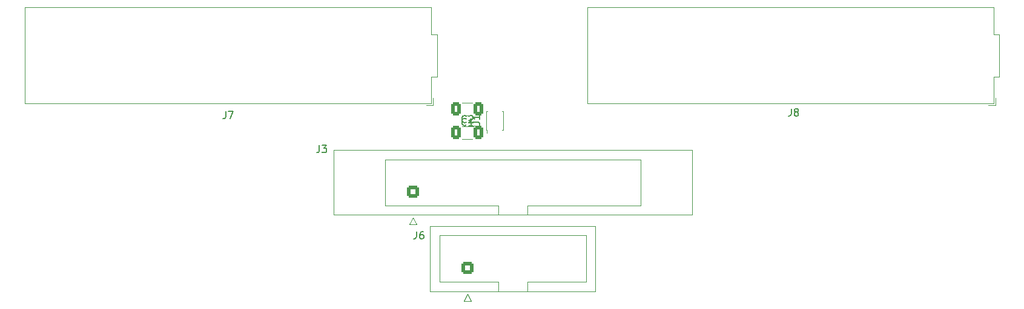
<source format=gto>
G04 #@! TF.GenerationSoftware,KiCad,Pcbnew,7.0.10*
G04 #@! TF.CreationDate,2024-12-17T00:01:21-07:00*
G04 #@! TF.ProjectId,DRXDaughterboard,44525844-6175-4676-9874-6572626f6172,1.1*
G04 #@! TF.SameCoordinates,Original*
G04 #@! TF.FileFunction,Legend,Top*
G04 #@! TF.FilePolarity,Positive*
%FSLAX46Y46*%
G04 Gerber Fmt 4.6, Leading zero omitted, Abs format (unit mm)*
G04 Created by KiCad (PCBNEW 7.0.10) date 2024-12-17 00:01:21*
%MOMM*%
%LPD*%
G01*
G04 APERTURE LIST*
G04 Aperture macros list*
%AMRoundRect*
0 Rectangle with rounded corners*
0 $1 Rounding radius*
0 $2 $3 $4 $5 $6 $7 $8 $9 X,Y pos of 4 corners*
0 Add a 4 corners polygon primitive as box body*
4,1,4,$2,$3,$4,$5,$6,$7,$8,$9,$2,$3,0*
0 Add four circle primitives for the rounded corners*
1,1,$1+$1,$2,$3*
1,1,$1+$1,$4,$5*
1,1,$1+$1,$6,$7*
1,1,$1+$1,$8,$9*
0 Add four rect primitives between the rounded corners*
20,1,$1+$1,$2,$3,$4,$5,0*
20,1,$1+$1,$4,$5,$6,$7,0*
20,1,$1+$1,$6,$7,$8,$9,0*
20,1,$1+$1,$8,$9,$2,$3,0*%
G04 Aperture macros list end*
%ADD10C,0.150000*%
%ADD11C,0.120000*%
%ADD12R,0.250000X0.750000*%
%ADD13RoundRect,0.250000X0.412500X0.650000X-0.412500X0.650000X-0.412500X-0.650000X0.412500X-0.650000X0*%
%ADD14RoundRect,0.250000X0.600000X-0.600000X0.600000X0.600000X-0.600000X0.600000X-0.600000X-0.600000X0*%
%ADD15C,1.700000*%
%ADD16C,1.270000*%
%ADD17C,0.640000*%
%ADD18RoundRect,0.250000X-0.412500X-0.650000X0.412500X-0.650000X0.412500X0.650000X-0.412500X0.650000X0*%
G04 APERTURE END LIST*
D10*
X136638820Y-88982677D02*
X137448343Y-88982677D01*
X137448343Y-88982677D02*
X137543581Y-88935058D01*
X137543581Y-88935058D02*
X137591201Y-88887439D01*
X137591201Y-88887439D02*
X137638820Y-88792201D01*
X137638820Y-88792201D02*
X137638820Y-88601725D01*
X137638820Y-88601725D02*
X137591201Y-88506487D01*
X137591201Y-88506487D02*
X137543581Y-88458868D01*
X137543581Y-88458868D02*
X137448343Y-88411249D01*
X137448343Y-88411249D02*
X136638820Y-88411249D01*
X137638820Y-87411249D02*
X137638820Y-87982677D01*
X137638820Y-87696963D02*
X136638820Y-87696963D01*
X136638820Y-87696963D02*
X136781677Y-87792201D01*
X136781677Y-87792201D02*
X136876915Y-87887439D01*
X136876915Y-87887439D02*
X136924534Y-87982677D01*
X135747334Y-88779353D02*
X135699715Y-88826973D01*
X135699715Y-88826973D02*
X135556858Y-88874592D01*
X135556858Y-88874592D02*
X135461620Y-88874592D01*
X135461620Y-88874592D02*
X135318763Y-88826973D01*
X135318763Y-88826973D02*
X135223525Y-88731734D01*
X135223525Y-88731734D02*
X135175906Y-88636496D01*
X135175906Y-88636496D02*
X135128287Y-88446020D01*
X135128287Y-88446020D02*
X135128287Y-88303163D01*
X135128287Y-88303163D02*
X135175906Y-88112687D01*
X135175906Y-88112687D02*
X135223525Y-88017449D01*
X135223525Y-88017449D02*
X135318763Y-87922211D01*
X135318763Y-87922211D02*
X135461620Y-87874592D01*
X135461620Y-87874592D02*
X135556858Y-87874592D01*
X135556858Y-87874592D02*
X135699715Y-87922211D01*
X135699715Y-87922211D02*
X135747334Y-87969830D01*
X136699715Y-88874592D02*
X136128287Y-88874592D01*
X136414001Y-88874592D02*
X136414001Y-87874592D01*
X136414001Y-87874592D02*
X136318763Y-88017449D01*
X136318763Y-88017449D02*
X136223525Y-88112687D01*
X136223525Y-88112687D02*
X136128287Y-88160306D01*
X115206667Y-91651592D02*
X115206667Y-92365877D01*
X115206667Y-92365877D02*
X115159048Y-92508734D01*
X115159048Y-92508734D02*
X115063810Y-92603973D01*
X115063810Y-92603973D02*
X114920953Y-92651592D01*
X114920953Y-92651592D02*
X114825715Y-92651592D01*
X115587620Y-91651592D02*
X116206667Y-91651592D01*
X116206667Y-91651592D02*
X115873334Y-92032544D01*
X115873334Y-92032544D02*
X116016191Y-92032544D01*
X116016191Y-92032544D02*
X116111429Y-92080163D01*
X116111429Y-92080163D02*
X116159048Y-92127782D01*
X116159048Y-92127782D02*
X116206667Y-92223020D01*
X116206667Y-92223020D02*
X116206667Y-92461115D01*
X116206667Y-92461115D02*
X116159048Y-92556353D01*
X116159048Y-92556353D02*
X116111429Y-92603973D01*
X116111429Y-92603973D02*
X116016191Y-92651592D01*
X116016191Y-92651592D02*
X115730477Y-92651592D01*
X115730477Y-92651592D02*
X115635239Y-92603973D01*
X115635239Y-92603973D02*
X115587620Y-92556353D01*
X181186667Y-86531592D02*
X181186667Y-87245877D01*
X181186667Y-87245877D02*
X181139048Y-87388734D01*
X181139048Y-87388734D02*
X181043810Y-87483973D01*
X181043810Y-87483973D02*
X180900953Y-87531592D01*
X180900953Y-87531592D02*
X180805715Y-87531592D01*
X181805715Y-86960163D02*
X181710477Y-86912544D01*
X181710477Y-86912544D02*
X181662858Y-86864925D01*
X181662858Y-86864925D02*
X181615239Y-86769687D01*
X181615239Y-86769687D02*
X181615239Y-86722068D01*
X181615239Y-86722068D02*
X181662858Y-86626830D01*
X181662858Y-86626830D02*
X181710477Y-86579211D01*
X181710477Y-86579211D02*
X181805715Y-86531592D01*
X181805715Y-86531592D02*
X181996191Y-86531592D01*
X181996191Y-86531592D02*
X182091429Y-86579211D01*
X182091429Y-86579211D02*
X182139048Y-86626830D01*
X182139048Y-86626830D02*
X182186667Y-86722068D01*
X182186667Y-86722068D02*
X182186667Y-86769687D01*
X182186667Y-86769687D02*
X182139048Y-86864925D01*
X182139048Y-86864925D02*
X182091429Y-86912544D01*
X182091429Y-86912544D02*
X181996191Y-86960163D01*
X181996191Y-86960163D02*
X181805715Y-86960163D01*
X181805715Y-86960163D02*
X181710477Y-87007782D01*
X181710477Y-87007782D02*
X181662858Y-87055401D01*
X181662858Y-87055401D02*
X181615239Y-87150639D01*
X181615239Y-87150639D02*
X181615239Y-87341115D01*
X181615239Y-87341115D02*
X181662858Y-87436353D01*
X181662858Y-87436353D02*
X181710477Y-87483973D01*
X181710477Y-87483973D02*
X181805715Y-87531592D01*
X181805715Y-87531592D02*
X181996191Y-87531592D01*
X181996191Y-87531592D02*
X182091429Y-87483973D01*
X182091429Y-87483973D02*
X182139048Y-87436353D01*
X182139048Y-87436353D02*
X182186667Y-87341115D01*
X182186667Y-87341115D02*
X182186667Y-87150639D01*
X182186667Y-87150639D02*
X182139048Y-87055401D01*
X182139048Y-87055401D02*
X182091429Y-87007782D01*
X182091429Y-87007782D02*
X181996191Y-86960163D01*
X135747334Y-88381353D02*
X135699715Y-88428973D01*
X135699715Y-88428973D02*
X135556858Y-88476592D01*
X135556858Y-88476592D02*
X135461620Y-88476592D01*
X135461620Y-88476592D02*
X135318763Y-88428973D01*
X135318763Y-88428973D02*
X135223525Y-88333734D01*
X135223525Y-88333734D02*
X135175906Y-88238496D01*
X135175906Y-88238496D02*
X135128287Y-88048020D01*
X135128287Y-88048020D02*
X135128287Y-87905163D01*
X135128287Y-87905163D02*
X135175906Y-87714687D01*
X135175906Y-87714687D02*
X135223525Y-87619449D01*
X135223525Y-87619449D02*
X135318763Y-87524211D01*
X135318763Y-87524211D02*
X135461620Y-87476592D01*
X135461620Y-87476592D02*
X135556858Y-87476592D01*
X135556858Y-87476592D02*
X135699715Y-87524211D01*
X135699715Y-87524211D02*
X135747334Y-87571830D01*
X136128287Y-87571830D02*
X136175906Y-87524211D01*
X136175906Y-87524211D02*
X136271144Y-87476592D01*
X136271144Y-87476592D02*
X136509239Y-87476592D01*
X136509239Y-87476592D02*
X136604477Y-87524211D01*
X136604477Y-87524211D02*
X136652096Y-87571830D01*
X136652096Y-87571830D02*
X136699715Y-87667068D01*
X136699715Y-87667068D02*
X136699715Y-87762306D01*
X136699715Y-87762306D02*
X136652096Y-87905163D01*
X136652096Y-87905163D02*
X136080668Y-88476592D01*
X136080668Y-88476592D02*
X136699715Y-88476592D01*
X128806667Y-103731592D02*
X128806667Y-104445877D01*
X128806667Y-104445877D02*
X128759048Y-104588734D01*
X128759048Y-104588734D02*
X128663810Y-104683973D01*
X128663810Y-104683973D02*
X128520953Y-104731592D01*
X128520953Y-104731592D02*
X128425715Y-104731592D01*
X129711429Y-103731592D02*
X129520953Y-103731592D01*
X129520953Y-103731592D02*
X129425715Y-103779211D01*
X129425715Y-103779211D02*
X129378096Y-103826830D01*
X129378096Y-103826830D02*
X129282858Y-103969687D01*
X129282858Y-103969687D02*
X129235239Y-104160163D01*
X129235239Y-104160163D02*
X129235239Y-104541115D01*
X129235239Y-104541115D02*
X129282858Y-104636353D01*
X129282858Y-104636353D02*
X129330477Y-104683973D01*
X129330477Y-104683973D02*
X129425715Y-104731592D01*
X129425715Y-104731592D02*
X129616191Y-104731592D01*
X129616191Y-104731592D02*
X129711429Y-104683973D01*
X129711429Y-104683973D02*
X129759048Y-104636353D01*
X129759048Y-104636353D02*
X129806667Y-104541115D01*
X129806667Y-104541115D02*
X129806667Y-104303020D01*
X129806667Y-104303020D02*
X129759048Y-104207782D01*
X129759048Y-104207782D02*
X129711429Y-104160163D01*
X129711429Y-104160163D02*
X129616191Y-104112544D01*
X129616191Y-104112544D02*
X129425715Y-104112544D01*
X129425715Y-104112544D02*
X129330477Y-104160163D01*
X129330477Y-104160163D02*
X129282858Y-104207782D01*
X129282858Y-104207782D02*
X129235239Y-104303020D01*
X102125667Y-86913592D02*
X102125667Y-87627877D01*
X102125667Y-87627877D02*
X102078048Y-87770734D01*
X102078048Y-87770734D02*
X101982810Y-87865973D01*
X101982810Y-87865973D02*
X101839953Y-87913592D01*
X101839953Y-87913592D02*
X101744715Y-87913592D01*
X102506620Y-86913592D02*
X103173286Y-86913592D01*
X103173286Y-86913592D02*
X102744715Y-87913592D01*
D11*
X138524001Y-89520773D02*
X138624001Y-89520773D01*
X138624001Y-89520773D02*
X138624001Y-89920773D01*
X140924001Y-89520773D02*
X140724001Y-89520773D01*
X140924001Y-89520773D02*
X140924001Y-86920773D01*
X138524001Y-86920773D02*
X138524001Y-89520773D01*
X138724001Y-86920773D02*
X138524001Y-86920773D01*
X140924001Y-86920773D02*
X140724001Y-86920773D01*
X136625253Y-87479773D02*
X135202749Y-87479773D01*
X136625253Y-85659773D02*
X135202749Y-85659773D01*
X127794001Y-102747273D02*
X128794001Y-102747273D01*
X128794001Y-102747273D02*
X128294001Y-101747273D01*
X128294001Y-101747273D02*
X127794001Y-102747273D01*
X117214001Y-101357273D02*
X117214001Y-92337273D01*
X140214001Y-101357273D02*
X140214001Y-100047273D01*
X167314001Y-101357273D02*
X117214001Y-101357273D01*
X124374001Y-100047273D02*
X124374001Y-93647273D01*
X140214001Y-100047273D02*
X124374001Y-100047273D01*
X144314001Y-100047273D02*
X144314001Y-101357273D01*
X144314001Y-100047273D02*
X144314001Y-100047273D01*
X160154001Y-100047273D02*
X144314001Y-100047273D01*
X124374001Y-93647273D02*
X160154001Y-93647273D01*
X160154001Y-93647273D02*
X160154001Y-100047273D01*
X117214001Y-92337273D02*
X167314001Y-92337273D01*
X167314001Y-92337273D02*
X167314001Y-101357273D01*
X210295001Y-82036773D02*
X209495001Y-82036773D01*
X210295001Y-76116773D02*
X210295001Y-82036773D01*
X209755001Y-86046773D02*
X209755001Y-85046773D01*
X209495001Y-85801773D02*
X152655001Y-85801773D01*
X209495001Y-82036773D02*
X209495001Y-85801773D01*
X209495001Y-76116773D02*
X210295001Y-76116773D01*
X209495001Y-72351773D02*
X209495001Y-76116773D01*
X208755001Y-86046773D02*
X209755001Y-86046773D01*
X152650001Y-85796773D02*
X152650001Y-72356773D01*
X152650001Y-72351773D02*
X209495001Y-72351773D01*
X135202749Y-88961773D02*
X136625253Y-88961773D01*
X135202749Y-90781773D02*
X136625253Y-90781773D01*
X135414001Y-113474773D02*
X136414001Y-113474773D01*
X136414001Y-113474773D02*
X135914001Y-112474773D01*
X135914001Y-112474773D02*
X135414001Y-113474773D01*
X130704001Y-112084773D02*
X130704001Y-102964773D01*
X140214001Y-112084773D02*
X140214001Y-110774773D01*
X153824001Y-112084773D02*
X130704001Y-112084773D01*
X132004001Y-110774773D02*
X132004001Y-104274773D01*
X140214001Y-110774773D02*
X132004001Y-110774773D01*
X144314001Y-110774773D02*
X144314001Y-112084773D01*
X144314001Y-110774773D02*
X144314001Y-110774773D01*
X152524001Y-110774773D02*
X144314001Y-110774773D01*
X132004001Y-104274773D02*
X152524001Y-104274773D01*
X152524001Y-104274773D02*
X152524001Y-110774773D01*
X130704001Y-102964773D02*
X153824001Y-102964773D01*
X153824001Y-102964773D02*
X153824001Y-112084773D01*
X131679001Y-82036773D02*
X130879001Y-82036773D01*
X131679001Y-76116773D02*
X131679001Y-82036773D01*
X131139001Y-86046773D02*
X131139001Y-85046773D01*
X130879001Y-85801773D02*
X74039001Y-85801773D01*
X130879001Y-82036773D02*
X130879001Y-85801773D01*
X130879001Y-76116773D02*
X131679001Y-76116773D01*
X130879001Y-72351773D02*
X130879001Y-76116773D01*
X130139001Y-86046773D02*
X131139001Y-86046773D01*
X74034001Y-85796773D02*
X74034001Y-72356773D01*
X74034001Y-72351773D02*
X130879001Y-72351773D01*
%LPC*%
D12*
X138974001Y-89770773D03*
X139474001Y-89770773D03*
X139974001Y-89770773D03*
X140474001Y-89770773D03*
X140474001Y-86670773D03*
X139974001Y-86670773D03*
X139474001Y-86670773D03*
X138974001Y-86670773D03*
D13*
X137476501Y-86569773D03*
X134351501Y-86569773D03*
D14*
X128294001Y-98117273D03*
D15*
X128294001Y-95577273D03*
X130834001Y-98117273D03*
X130834001Y-95577273D03*
X133374001Y-98117273D03*
X133374001Y-95577273D03*
X135914001Y-98117273D03*
X135914001Y-95577273D03*
X138454001Y-98117273D03*
X138454001Y-95577273D03*
X140994001Y-98117273D03*
X140994001Y-95577273D03*
X143534001Y-98117273D03*
X143534001Y-95577273D03*
X146074001Y-98117273D03*
X146074001Y-95577273D03*
X148614001Y-98117273D03*
X148614001Y-95577273D03*
X151154001Y-98117273D03*
X151154001Y-95577273D03*
X153694001Y-98117273D03*
X153694001Y-95577273D03*
X156234001Y-98117273D03*
X156234001Y-95577273D03*
D16*
X208710001Y-82126773D03*
X154329001Y-79076773D03*
D17*
X206285001Y-84791773D03*
X205015001Y-84791773D03*
X203745001Y-84791773D03*
X202475001Y-84791773D03*
X201205001Y-84791773D03*
X199935001Y-84791773D03*
X198665001Y-84791773D03*
X197395001Y-84791773D03*
X196125001Y-84791773D03*
X194855001Y-84791773D03*
X193585001Y-84791773D03*
X192315001Y-84791773D03*
X191045001Y-84791773D03*
X189775001Y-84791773D03*
X188505001Y-84791773D03*
X187235001Y-84791773D03*
X185965001Y-84791773D03*
X184695001Y-84791773D03*
X183425001Y-84791773D03*
X182160001Y-84791773D03*
X180880001Y-84791773D03*
X179615001Y-84791773D03*
X178345001Y-84791773D03*
X177075001Y-84791773D03*
X175805001Y-84791773D03*
X174535001Y-84791773D03*
X173265001Y-84791773D03*
X171995001Y-84791773D03*
X170725001Y-84791773D03*
X169455001Y-84791773D03*
X168185001Y-84791773D03*
X166915001Y-84791773D03*
X165645001Y-84791773D03*
X164375001Y-84791773D03*
X163105001Y-84791773D03*
X161835001Y-84791773D03*
X160565001Y-84791773D03*
X159295001Y-84791773D03*
X158025001Y-84791773D03*
X156755001Y-84791773D03*
X206285001Y-83521773D03*
X205015001Y-83521773D03*
X203745001Y-83521773D03*
X202475001Y-83521773D03*
X201205001Y-83521773D03*
X199935001Y-83521773D03*
X198665001Y-83521773D03*
X197395001Y-83521773D03*
X196125001Y-83521773D03*
X194855001Y-83521773D03*
X193585001Y-83521773D03*
X192315001Y-83521773D03*
X191045001Y-83521773D03*
X189775001Y-83521773D03*
X188505001Y-83521773D03*
X187235001Y-83521773D03*
X185965001Y-83521773D03*
X184695001Y-83521773D03*
X183425001Y-83521773D03*
X182160001Y-83521773D03*
X180880001Y-83521773D03*
X179615001Y-83521773D03*
X178345001Y-83521773D03*
X177075001Y-83521773D03*
X175805001Y-83521773D03*
X174535001Y-83521773D03*
X173265001Y-83521773D03*
X171995001Y-83521773D03*
X170725001Y-83521773D03*
X169455001Y-83521773D03*
X168185001Y-83521773D03*
X166915001Y-83521773D03*
X165645001Y-83521773D03*
X164375001Y-83521773D03*
X163105001Y-83521773D03*
X161835001Y-83521773D03*
X160565001Y-83521773D03*
X159295001Y-83521773D03*
X158025001Y-83521773D03*
X156755001Y-83521773D03*
X206285001Y-82251773D03*
X205015001Y-82251773D03*
X203745001Y-82251773D03*
X202475001Y-82251773D03*
X201205001Y-82251773D03*
X199935001Y-82251773D03*
X198665001Y-82251773D03*
X197395001Y-82251773D03*
X196125001Y-82251773D03*
X194855001Y-82251773D03*
X193585001Y-82251773D03*
X192315001Y-82251773D03*
X191045001Y-82251773D03*
X189775001Y-82251773D03*
X188505001Y-82251773D03*
X187235001Y-82251773D03*
X185965001Y-82251773D03*
X184695001Y-82251773D03*
X183425001Y-82251773D03*
X182160001Y-82251773D03*
X180880001Y-82251773D03*
X179615001Y-82251773D03*
X178345001Y-82251773D03*
X177075001Y-82251773D03*
X175805001Y-82251773D03*
X174535001Y-82251773D03*
X173265001Y-82251773D03*
X171995001Y-82251773D03*
X170725001Y-82251773D03*
X169455001Y-82251773D03*
X168185001Y-82251773D03*
X166915001Y-82251773D03*
X165645001Y-82251773D03*
X164375001Y-82251773D03*
X163105001Y-82251773D03*
X161835001Y-82251773D03*
X160565001Y-82251773D03*
X159295001Y-82251773D03*
X158025001Y-82251773D03*
X156755001Y-82251773D03*
X206285001Y-80981773D03*
X205015001Y-80981773D03*
X203745001Y-80981773D03*
X202475001Y-80981773D03*
X201205001Y-80981773D03*
X199935001Y-80981773D03*
X198665001Y-80981773D03*
X197395001Y-80981773D03*
X196125001Y-80981773D03*
X194855001Y-80981773D03*
X193585001Y-80981773D03*
X192315001Y-80981773D03*
X191045001Y-80981773D03*
X189775001Y-80981773D03*
X188505001Y-80981773D03*
X187235001Y-80981773D03*
X185965001Y-80981773D03*
X184695001Y-80981773D03*
X183425001Y-80981773D03*
X182160001Y-80981773D03*
X180880001Y-80981773D03*
X179615001Y-80981773D03*
X178345001Y-80981773D03*
X177075001Y-80981773D03*
X175805001Y-80981773D03*
X174535001Y-80981773D03*
X173265001Y-80981773D03*
X171995001Y-80981773D03*
X170725001Y-80981773D03*
X169455001Y-80981773D03*
X168185001Y-80981773D03*
X166915001Y-80981773D03*
X165645001Y-80981773D03*
X164375001Y-80981773D03*
X163105001Y-80981773D03*
X161835001Y-80981773D03*
X160565001Y-80981773D03*
X159295001Y-80981773D03*
X158025001Y-80981773D03*
X156755001Y-80981773D03*
X206285001Y-79716773D03*
X205015001Y-79716773D03*
X203745001Y-79716773D03*
X202475001Y-79716773D03*
X201205001Y-79716773D03*
X199935001Y-79716773D03*
X198665001Y-79716773D03*
X197395001Y-79716773D03*
X196125001Y-79716773D03*
X194855001Y-79716773D03*
X193585001Y-79716773D03*
X192315001Y-79716773D03*
X191045001Y-79716773D03*
X189775001Y-79716773D03*
X188505001Y-79716773D03*
X187235001Y-79716773D03*
X185965001Y-79716773D03*
X184695001Y-79716773D03*
X183425001Y-79716773D03*
X182160001Y-79716773D03*
X180880001Y-79716773D03*
X179615001Y-79716773D03*
X178345001Y-79716773D03*
X177075001Y-79716773D03*
X175805001Y-79716773D03*
X174535001Y-79716773D03*
X173265001Y-79716773D03*
X171995001Y-79716773D03*
X170725001Y-79716773D03*
X169455001Y-79716773D03*
X168185001Y-79716773D03*
X166915001Y-79716773D03*
X165645001Y-79716773D03*
X164375001Y-79716773D03*
X163105001Y-79716773D03*
X161835001Y-79716773D03*
X160565001Y-79716773D03*
X159295001Y-79716773D03*
X158025001Y-79716773D03*
X156755001Y-79716773D03*
X206285001Y-78436773D03*
X205015001Y-78436773D03*
X203745001Y-78436773D03*
X202475001Y-78436773D03*
X201205001Y-78436773D03*
X199935001Y-78436773D03*
X198665001Y-78436773D03*
X197395001Y-78436773D03*
X196125001Y-78436773D03*
X194855001Y-78436773D03*
X193585001Y-78436773D03*
X192315001Y-78436773D03*
X191045001Y-78436773D03*
X189775001Y-78436773D03*
X188505001Y-78436773D03*
X187235001Y-78436773D03*
X185965001Y-78436773D03*
X184695001Y-78436773D03*
X183425001Y-78436773D03*
X182160001Y-78436773D03*
X180880001Y-78436773D03*
X179615001Y-78436773D03*
X178345001Y-78436773D03*
X177075001Y-78436773D03*
X175805001Y-78436773D03*
X174535001Y-78436773D03*
X173265001Y-78436773D03*
X171995001Y-78436773D03*
X170725001Y-78436773D03*
X169455001Y-78436773D03*
X168185001Y-78436773D03*
X166915001Y-78436773D03*
X165645001Y-78436773D03*
X164375001Y-78436773D03*
X163105001Y-78436773D03*
X161835001Y-78436773D03*
X160565001Y-78436773D03*
X159295001Y-78436773D03*
X158025001Y-78436773D03*
X156755001Y-78436773D03*
X206285001Y-77171773D03*
X205015001Y-77171773D03*
X203745001Y-77171773D03*
X202475001Y-77171773D03*
X201205001Y-77171773D03*
X199935001Y-77171773D03*
X198665001Y-77171773D03*
X197395001Y-77171773D03*
X196125001Y-77171773D03*
X194855001Y-77171773D03*
X193585001Y-77171773D03*
X192315001Y-77171773D03*
X191045001Y-77171773D03*
X189775001Y-77171773D03*
X188505001Y-77171773D03*
X187235001Y-77171773D03*
X185965001Y-77171773D03*
X184695001Y-77171773D03*
X183425001Y-77171773D03*
X182160001Y-77171773D03*
X180880001Y-77171773D03*
X179615001Y-77171773D03*
X178345001Y-77171773D03*
X177075001Y-77171773D03*
X175805001Y-77171773D03*
X174535001Y-77171773D03*
X173265001Y-77171773D03*
X171995001Y-77171773D03*
X170725001Y-77171773D03*
X169455001Y-77171773D03*
X168185001Y-77171773D03*
X166915001Y-77171773D03*
X165645001Y-77171773D03*
X164375001Y-77171773D03*
X163105001Y-77171773D03*
X161835001Y-77171773D03*
X160565001Y-77171773D03*
X159295001Y-77171773D03*
X158025001Y-77171773D03*
X156755001Y-77171773D03*
X206285001Y-75901773D03*
X205015001Y-75901773D03*
X203745001Y-75901773D03*
X202475001Y-75901773D03*
X201205001Y-75901773D03*
X199935001Y-75901773D03*
X198665001Y-75901773D03*
X197395001Y-75901773D03*
X196125001Y-75901773D03*
X194855001Y-75901773D03*
X193585001Y-75901773D03*
X192315001Y-75901773D03*
X191045001Y-75901773D03*
X189775001Y-75901773D03*
X188505001Y-75901773D03*
X187235001Y-75901773D03*
X185965001Y-75901773D03*
X184695001Y-75901773D03*
X183425001Y-75901773D03*
X182160001Y-75901773D03*
X180880001Y-75901773D03*
X179615001Y-75901773D03*
X178345001Y-75901773D03*
X177075001Y-75901773D03*
X175805001Y-75901773D03*
X174535001Y-75901773D03*
X173265001Y-75901773D03*
X171995001Y-75901773D03*
X170725001Y-75901773D03*
X169455001Y-75901773D03*
X168185001Y-75901773D03*
X166915001Y-75901773D03*
X165645001Y-75901773D03*
X164375001Y-75901773D03*
X163105001Y-75901773D03*
X161835001Y-75901773D03*
X160565001Y-75901773D03*
X159295001Y-75901773D03*
X158025001Y-75901773D03*
X156755001Y-75901773D03*
X206285001Y-74631773D03*
X205015001Y-74631773D03*
X203745001Y-74631773D03*
X202475001Y-74631773D03*
X201205001Y-74631773D03*
X199935001Y-74631773D03*
X198665001Y-74631773D03*
X197395001Y-74631773D03*
X196125001Y-74631773D03*
X194855001Y-74631773D03*
X193585001Y-74631773D03*
X192315001Y-74631773D03*
X191045001Y-74631773D03*
X189775001Y-74631773D03*
X188505001Y-74631773D03*
X187235001Y-74631773D03*
X185965001Y-74631773D03*
X184695001Y-74631773D03*
X183425001Y-74631773D03*
X182160001Y-74631773D03*
X180880001Y-74631773D03*
X179615001Y-74631773D03*
X178345001Y-74631773D03*
X177075001Y-74631773D03*
X175805001Y-74631773D03*
X174535001Y-74631773D03*
X173265001Y-74631773D03*
X171995001Y-74631773D03*
X170725001Y-74631773D03*
X169455001Y-74631773D03*
X168185001Y-74631773D03*
X166915001Y-74631773D03*
X165645001Y-74631773D03*
X164375001Y-74631773D03*
X163105001Y-74631773D03*
X161835001Y-74631773D03*
X160565001Y-74631773D03*
X159295001Y-74631773D03*
X158025001Y-74631773D03*
X156755001Y-74631773D03*
X206285001Y-73361773D03*
X205015001Y-73361773D03*
X203745001Y-73361773D03*
X202475001Y-73361773D03*
X201205001Y-73361773D03*
X199935001Y-73361773D03*
X198665001Y-73361773D03*
X197395001Y-73361773D03*
X196125001Y-73361773D03*
X194855001Y-73361773D03*
X193585001Y-73361773D03*
X192315001Y-73361773D03*
X191045001Y-73361773D03*
X189775001Y-73361773D03*
X188505001Y-73361773D03*
X187235001Y-73361773D03*
X185965001Y-73361773D03*
X184695001Y-73361773D03*
X183425001Y-73361773D03*
X182160001Y-73361773D03*
X180880001Y-73361773D03*
X179615001Y-73361773D03*
X178345001Y-73361773D03*
X177075001Y-73361773D03*
X175805001Y-73361773D03*
X174535001Y-73361773D03*
X173265001Y-73361773D03*
X171995001Y-73361773D03*
X170725001Y-73361773D03*
X169455001Y-73361773D03*
X168185001Y-73361773D03*
X166915001Y-73361773D03*
X165645001Y-73361773D03*
X164375001Y-73361773D03*
X163105001Y-73361773D03*
X161835001Y-73361773D03*
X160565001Y-73361773D03*
X159295001Y-73361773D03*
X158025001Y-73361773D03*
X156755001Y-73361773D03*
D18*
X134351501Y-89871773D03*
X137476501Y-89871773D03*
D14*
X135914001Y-108794773D03*
D15*
X135914001Y-106254773D03*
X138454001Y-108794773D03*
X138454001Y-106254773D03*
X140994001Y-108794773D03*
X140994001Y-106254773D03*
X143534001Y-108794773D03*
X143534001Y-106254773D03*
X146074001Y-108794773D03*
X146074001Y-106254773D03*
X148614001Y-108794773D03*
X148614001Y-106254773D03*
D16*
X130094001Y-82126773D03*
X75713001Y-79076773D03*
D17*
X127669001Y-84791773D03*
X126399001Y-84791773D03*
X125129001Y-84791773D03*
X123859001Y-84791773D03*
X122589001Y-84791773D03*
X121319001Y-84791773D03*
X120049001Y-84791773D03*
X118779001Y-84791773D03*
X117509001Y-84791773D03*
X116239001Y-84791773D03*
X114969001Y-84791773D03*
X113699001Y-84791773D03*
X112429001Y-84791773D03*
X111159001Y-84791773D03*
X109889001Y-84791773D03*
X108619001Y-84791773D03*
X107349001Y-84791773D03*
X106079001Y-84791773D03*
X104809001Y-84791773D03*
X103544001Y-84791773D03*
X102264001Y-84791773D03*
X100999001Y-84791773D03*
X99729001Y-84791773D03*
X98459001Y-84791773D03*
X97189001Y-84791773D03*
X95919001Y-84791773D03*
X94649001Y-84791773D03*
X93379001Y-84791773D03*
X92109001Y-84791773D03*
X90839001Y-84791773D03*
X89569001Y-84791773D03*
X88299001Y-84791773D03*
X87029001Y-84791773D03*
X85759001Y-84791773D03*
X84489001Y-84791773D03*
X83219001Y-84791773D03*
X81949001Y-84791773D03*
X80679001Y-84791773D03*
X79409001Y-84791773D03*
X78139001Y-84791773D03*
X127669001Y-83521773D03*
X126399001Y-83521773D03*
X125129001Y-83521773D03*
X123859001Y-83521773D03*
X122589001Y-83521773D03*
X121319001Y-83521773D03*
X120049001Y-83521773D03*
X118779001Y-83521773D03*
X117509001Y-83521773D03*
X116239001Y-83521773D03*
X114969001Y-83521773D03*
X113699001Y-83521773D03*
X112429001Y-83521773D03*
X111159001Y-83521773D03*
X109889001Y-83521773D03*
X108619001Y-83521773D03*
X107349001Y-83521773D03*
X106079001Y-83521773D03*
X104809001Y-83521773D03*
X103544001Y-83521773D03*
X102264001Y-83521773D03*
X100999001Y-83521773D03*
X99729001Y-83521773D03*
X98459001Y-83521773D03*
X97189001Y-83521773D03*
X95919001Y-83521773D03*
X94649001Y-83521773D03*
X93379001Y-83521773D03*
X92109001Y-83521773D03*
X90839001Y-83521773D03*
X89569001Y-83521773D03*
X88299001Y-83521773D03*
X87029001Y-83521773D03*
X85759001Y-83521773D03*
X84489001Y-83521773D03*
X83219001Y-83521773D03*
X81949001Y-83521773D03*
X80679001Y-83521773D03*
X79409001Y-83521773D03*
X78139001Y-83521773D03*
X127669001Y-82251773D03*
X126399001Y-82251773D03*
X125129001Y-82251773D03*
X123859001Y-82251773D03*
X122589001Y-82251773D03*
X121319001Y-82251773D03*
X120049001Y-82251773D03*
X118779001Y-82251773D03*
X117509001Y-82251773D03*
X116239001Y-82251773D03*
X114969001Y-82251773D03*
X113699001Y-82251773D03*
X112429001Y-82251773D03*
X111159001Y-82251773D03*
X109889001Y-82251773D03*
X108619001Y-82251773D03*
X107349001Y-82251773D03*
X106079001Y-82251773D03*
X104809001Y-82251773D03*
X103544001Y-82251773D03*
X102264001Y-82251773D03*
X100999001Y-82251773D03*
X99729001Y-82251773D03*
X98459001Y-82251773D03*
X97189001Y-82251773D03*
X95919001Y-82251773D03*
X94649001Y-82251773D03*
X93379001Y-82251773D03*
X92109001Y-82251773D03*
X90839001Y-82251773D03*
X89569001Y-82251773D03*
X88299001Y-82251773D03*
X87029001Y-82251773D03*
X85759001Y-82251773D03*
X84489001Y-82251773D03*
X83219001Y-82251773D03*
X81949001Y-82251773D03*
X80679001Y-82251773D03*
X79409001Y-82251773D03*
X78139001Y-82251773D03*
X127669001Y-80981773D03*
X126399001Y-80981773D03*
X125129001Y-80981773D03*
X123859001Y-80981773D03*
X122589001Y-80981773D03*
X121319001Y-80981773D03*
X120049001Y-80981773D03*
X118779001Y-80981773D03*
X117509001Y-80981773D03*
X116239001Y-80981773D03*
X114969001Y-80981773D03*
X113699001Y-80981773D03*
X112429001Y-80981773D03*
X111159001Y-80981773D03*
X109889001Y-80981773D03*
X108619001Y-80981773D03*
X107349001Y-80981773D03*
X106079001Y-80981773D03*
X104809001Y-80981773D03*
X103544001Y-80981773D03*
X102264001Y-80981773D03*
X100999001Y-80981773D03*
X99729001Y-80981773D03*
X98459001Y-80981773D03*
X97189001Y-80981773D03*
X95919001Y-80981773D03*
X94649001Y-80981773D03*
X93379001Y-80981773D03*
X92109001Y-80981773D03*
X90839001Y-80981773D03*
X89569001Y-80981773D03*
X88299001Y-80981773D03*
X87029001Y-80981773D03*
X85759001Y-80981773D03*
X84489001Y-80981773D03*
X83219001Y-80981773D03*
X81949001Y-80981773D03*
X80679001Y-80981773D03*
X79409001Y-80981773D03*
X78139001Y-80981773D03*
X127669001Y-79716773D03*
X126399001Y-79716773D03*
X125129001Y-79716773D03*
X123859001Y-79716773D03*
X122589001Y-79716773D03*
X121319001Y-79716773D03*
X120049001Y-79716773D03*
X118779001Y-79716773D03*
X117509001Y-79716773D03*
X116239001Y-79716773D03*
X114969001Y-79716773D03*
X113699001Y-79716773D03*
X112429001Y-79716773D03*
X111159001Y-79716773D03*
X109889001Y-79716773D03*
X108619001Y-79716773D03*
X107349001Y-79716773D03*
X106079001Y-79716773D03*
X104809001Y-79716773D03*
X103544001Y-79716773D03*
X102264001Y-79716773D03*
X100999001Y-79716773D03*
X99729001Y-79716773D03*
X98459001Y-79716773D03*
X97189001Y-79716773D03*
X95919001Y-79716773D03*
X94649001Y-79716773D03*
X93379001Y-79716773D03*
X92109001Y-79716773D03*
X90839001Y-79716773D03*
X89569001Y-79716773D03*
X88299001Y-79716773D03*
X87029001Y-79716773D03*
X85759001Y-79716773D03*
X84489001Y-79716773D03*
X83219001Y-79716773D03*
X81949001Y-79716773D03*
X80679001Y-79716773D03*
X79409001Y-79716773D03*
X78139001Y-79716773D03*
X127669001Y-78436773D03*
X126399001Y-78436773D03*
X125129001Y-78436773D03*
X123859001Y-78436773D03*
X122589001Y-78436773D03*
X121319001Y-78436773D03*
X120049001Y-78436773D03*
X118779001Y-78436773D03*
X117509001Y-78436773D03*
X116239001Y-78436773D03*
X114969001Y-78436773D03*
X113699001Y-78436773D03*
X112429001Y-78436773D03*
X111159001Y-78436773D03*
X109889001Y-78436773D03*
X108619001Y-78436773D03*
X107349001Y-78436773D03*
X106079001Y-78436773D03*
X104809001Y-78436773D03*
X103544001Y-78436773D03*
X102264001Y-78436773D03*
X100999001Y-78436773D03*
X99729001Y-78436773D03*
X98459001Y-78436773D03*
X97189001Y-78436773D03*
X95919001Y-78436773D03*
X94649001Y-78436773D03*
X93379001Y-78436773D03*
X92109001Y-78436773D03*
X90839001Y-78436773D03*
X89569001Y-78436773D03*
X88299001Y-78436773D03*
X87029001Y-78436773D03*
X85759001Y-78436773D03*
X84489001Y-78436773D03*
X83219001Y-78436773D03*
X81949001Y-78436773D03*
X80679001Y-78436773D03*
X79409001Y-78436773D03*
X78139001Y-78436773D03*
X127669001Y-77171773D03*
X126399001Y-77171773D03*
X125129001Y-77171773D03*
X123859001Y-77171773D03*
X122589001Y-77171773D03*
X121319001Y-77171773D03*
X120049001Y-77171773D03*
X118779001Y-77171773D03*
X117509001Y-77171773D03*
X116239001Y-77171773D03*
X114969001Y-77171773D03*
X113699001Y-77171773D03*
X112429001Y-77171773D03*
X111159001Y-77171773D03*
X109889001Y-77171773D03*
X108619001Y-77171773D03*
X107349001Y-77171773D03*
X106079001Y-77171773D03*
X104809001Y-77171773D03*
X103544001Y-77171773D03*
X102264001Y-77171773D03*
X100999001Y-77171773D03*
X99729001Y-77171773D03*
X98459001Y-77171773D03*
X97189001Y-77171773D03*
X95919001Y-77171773D03*
X94649001Y-77171773D03*
X93379001Y-77171773D03*
X92109001Y-77171773D03*
X90839001Y-77171773D03*
X89569001Y-77171773D03*
X88299001Y-77171773D03*
X87029001Y-77171773D03*
X85759001Y-77171773D03*
X84489001Y-77171773D03*
X83219001Y-77171773D03*
X81949001Y-77171773D03*
X80679001Y-77171773D03*
X79409001Y-77171773D03*
X78139001Y-77171773D03*
X127669001Y-75901773D03*
X126399001Y-75901773D03*
X125129001Y-75901773D03*
X123859001Y-75901773D03*
X122589001Y-75901773D03*
X121319001Y-75901773D03*
X120049001Y-75901773D03*
X118779001Y-75901773D03*
X117509001Y-75901773D03*
X116239001Y-75901773D03*
X114969001Y-75901773D03*
X113699001Y-75901773D03*
X112429001Y-75901773D03*
X111159001Y-75901773D03*
X109889001Y-75901773D03*
X108619001Y-75901773D03*
X107349001Y-75901773D03*
X106079001Y-75901773D03*
X104809001Y-75901773D03*
X103544001Y-75901773D03*
X102264001Y-75901773D03*
X100999001Y-75901773D03*
X99729001Y-75901773D03*
X98459001Y-75901773D03*
X97189001Y-75901773D03*
X95919001Y-75901773D03*
X94649001Y-75901773D03*
X93379001Y-75901773D03*
X92109001Y-75901773D03*
X90839001Y-75901773D03*
X89569001Y-75901773D03*
X88299001Y-75901773D03*
X87029001Y-75901773D03*
X85759001Y-75901773D03*
X84489001Y-75901773D03*
X83219001Y-75901773D03*
X81949001Y-75901773D03*
X80679001Y-75901773D03*
X79409001Y-75901773D03*
X78139001Y-75901773D03*
X127669001Y-74631773D03*
X126399001Y-74631773D03*
X125129001Y-74631773D03*
X123859001Y-74631773D03*
X122589001Y-74631773D03*
X121319001Y-74631773D03*
X120049001Y-74631773D03*
X118779001Y-74631773D03*
X117509001Y-74631773D03*
X116239001Y-74631773D03*
X114969001Y-74631773D03*
X113699001Y-74631773D03*
X112429001Y-74631773D03*
X111159001Y-74631773D03*
X109889001Y-74631773D03*
X108619001Y-74631773D03*
X107349001Y-74631773D03*
X106079001Y-74631773D03*
X104809001Y-74631773D03*
X103544001Y-74631773D03*
X102264001Y-74631773D03*
X100999001Y-74631773D03*
X99729001Y-74631773D03*
X98459001Y-74631773D03*
X97189001Y-74631773D03*
X95919001Y-74631773D03*
X94649001Y-74631773D03*
X93379001Y-74631773D03*
X92109001Y-74631773D03*
X90839001Y-74631773D03*
X89569001Y-74631773D03*
X88299001Y-74631773D03*
X87029001Y-74631773D03*
X85759001Y-74631773D03*
X84489001Y-74631773D03*
X83219001Y-74631773D03*
X81949001Y-74631773D03*
X80679001Y-74631773D03*
X79409001Y-74631773D03*
X78139001Y-74631773D03*
X127669001Y-73361773D03*
X126399001Y-73361773D03*
X125129001Y-73361773D03*
X123859001Y-73361773D03*
X122589001Y-73361773D03*
X121319001Y-73361773D03*
X120049001Y-73361773D03*
X118779001Y-73361773D03*
X117509001Y-73361773D03*
X116239001Y-73361773D03*
X114969001Y-73361773D03*
X113699001Y-73361773D03*
X112429001Y-73361773D03*
X111159001Y-73361773D03*
X109889001Y-73361773D03*
X108619001Y-73361773D03*
X107349001Y-73361773D03*
X106079001Y-73361773D03*
X104809001Y-73361773D03*
X103544001Y-73361773D03*
X102264001Y-73361773D03*
X100999001Y-73361773D03*
X99729001Y-73361773D03*
X98459001Y-73361773D03*
X97189001Y-73361773D03*
X95919001Y-73361773D03*
X94649001Y-73361773D03*
X93379001Y-73361773D03*
X92109001Y-73361773D03*
X90839001Y-73361773D03*
X89569001Y-73361773D03*
X88299001Y-73361773D03*
X87029001Y-73361773D03*
X85759001Y-73361773D03*
X84489001Y-73361773D03*
X83219001Y-73361773D03*
X81949001Y-73361773D03*
X80679001Y-73361773D03*
X79409001Y-73361773D03*
X78139001Y-73361773D03*
D16*
X80020001Y-114126773D03*
X134402001Y-117176773D03*
X150022001Y-114126773D03*
X204404001Y-117176773D03*
X154329001Y-76026773D03*
X208711001Y-79076773D03*
X75713001Y-76026773D03*
X130095001Y-79076773D03*
%LPD*%
M02*

</source>
